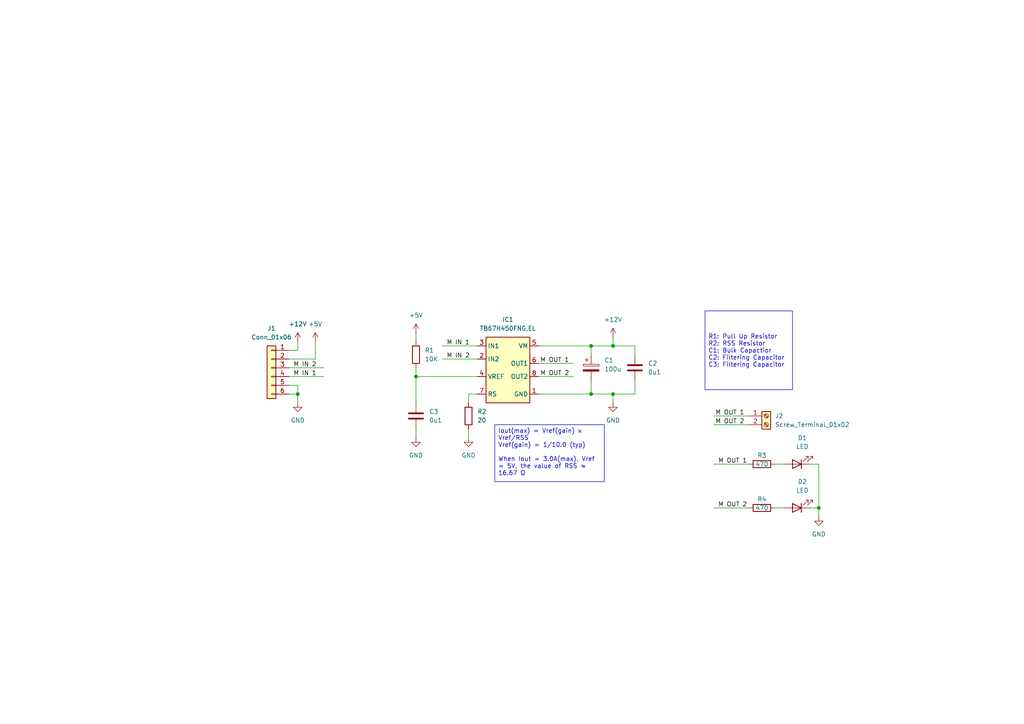
<source format=kicad_sch>
(kicad_sch (version 20231120) (generator "eeschema") (generator_version "8.0")
  (paper "A4")
  (title_block (title "Breakout TB67H450FNG") (date "2024-07-25") (rev "1") (company "Created by: Vincent Cayadi"))
  (lib_symbols
    (symbol "Connector:Screw_Terminal_01x02" (pin_names (offset 1.016) hide)
      (property "Reference" "J" (at 0 2.54 0))
      (property "Value" "Screw_Terminal_01x02" (at 0 -5.08 0))
      (symbol "Screw_Terminal_01x02_1_1"
        (rectangle (start -1.27 1.27) (end 1.27 -3.81) (stroke (width 0.254)) (fill (type background)))
        (circle (center 0 -2.54) (radius 0.635) (stroke (width 0.1524)))
        (polyline (pts (xy -0.5334 -2.2098) (xy 0.3302 -3.048)) (stroke (width 0.1524)))
        (polyline (pts (xy -0.5334 0.3302) (xy 0.3302 -0.508)) (stroke (width 0.1524)))
        (polyline (pts (xy -0.3556 -2.032) (xy 0.508 -2.8702)) (stroke (width 0.1524)))
        (polyline (pts (xy -0.3556 0.508) (xy 0.508 -0.3302)) (stroke (width 0.1524)))
        (circle (center 0 0) (radius 0.635) (stroke (width 0.1524)))
        (pin passive line (at -5.08 0 0) (length 3.81) (name "Pin_1") (number "1"))
        (pin passive line (at -5.08 -2.54 0) (length 3.81) (name "Pin_2") (number "2"))
      )
    )
    (symbol "Connector_Generic:Conn_01x06" (pin_names (offset 1.016) hide)
      (property "Reference" "J" (at 0 7.62 0))
      (property "Value" "Conn_01x06" (at 0 -10.16 0))
      (symbol "Conn_01x06_1_1"
        (rectangle (start -1.27 -7.493) (end 0 -7.747) (stroke (width 0.1524)))
        (rectangle (start -1.27 -4.953) (end 0 -5.207) (stroke (width 0.1524)))
        (rectangle (start -1.27 -2.413) (end 0 -2.667) (stroke (width 0.1524)))
        (rectangle (start -1.27 0.127) (end 0 -0.127) (stroke (width 0.1524)))
        (rectangle (start -1.27 2.667) (end 0 2.413) (stroke (width 0.1524)))
        (rectangle (start -1.27 5.207) (end 0 4.953) (stroke (width 0.1524)))
        (rectangle (start -1.27 6.35) (end 1.27 -8.89) (stroke (width 0.254)) (fill (type background)))
        (pin passive line (at -5.08 5.08 0) (length 3.81) (name "Pin_1") (number "1"))
        (pin passive line (at -5.08 2.54 0) (length 3.81) (name "Pin_2") (number "2"))
        (pin passive line (at -5.08 0 0) (length 3.81) (name "Pin_3") (number "3"))
        (pin passive line (at -5.08 -2.54 0) (length 3.81) (name "Pin_4") (number "4"))
        (pin passive line (at -5.08 -5.08 0) (length 3.81) (name "Pin_5") (number "5"))
        (pin passive line (at -5.08 -7.62 0) (length 3.81) (name "Pin_6") (number "6"))
      )
    )
    (symbol "Device:C" (pin_numbers hide) (pin_names (offset 0.254))
      (property "Reference" "C" (at 0.635 2.54 0))
      (property "Value" "C" (at 0.635 -2.54 0))
      (symbol "C_0_1"
        (polyline (pts (xy -2.032 -0.762) (xy 2.032 -0.762)) (stroke (width 0.508)))
        (polyline (pts (xy -2.032 0.762) (xy 2.032 0.762)) (stroke (width 0.508)))
      )
      (symbol "C_1_1"
        (pin passive line (at 0 3.81 270) (length 2.794) (name "~") (number "1"))
        (pin passive line (at 0 -3.81 90) (length 2.794) (name "~") (number "2"))
      )
    )
    (symbol "Device:C_Polarized" (pin_numbers hide) (pin_names (offset 0.254))
      (property "Reference" "C" (at 0.635 2.54 0))
      (property "Value" "C_Polarized" (at 0.635 -2.54 0))
      (symbol "C_Polarized_0_1"
        (rectangle (start -2.286 0.508) (end 2.286 1.016))
        (polyline (pts (xy -1.778 2.286) (xy -0.762 2.286)))
        (polyline (pts (xy -1.27 2.794) (xy -1.27 1.778)))
        (rectangle (start 2.286 -0.508) (end -2.286 -1.016) (fill (type outline)))
      )
      (symbol "C_Polarized_1_1"
        (pin passive line (at 0 3.81 270) (length 2.794) (name "~") (number "1"))
        (pin passive line (at 0 -3.81 90) (length 2.794) (name "~") (number "2"))
      )
    )
    (symbol "Device:LED" (pin_numbers hide) (pin_names (offset 1.016) hide)
      (property "Reference" "D" (at 0 2.54 0))
      (property "Value" "LED" (at 0 -2.54 0))
      (symbol "LED_0_1"
        (polyline (pts (xy -1.27 -1.27) (xy -1.27 1.27)) (stroke (width 0.254)))
        (polyline (pts (xy -1.27 0) (xy 1.27 0)))
        (polyline (pts (xy 1.27 -1.27) (xy 1.27 1.27) (xy -1.27 0) (xy 1.27 -1.27)) (stroke (width 0.254)))
        (polyline (pts (xy -3.048 -0.762) (xy -4.572 -2.286) (xy -3.81 -2.286) (xy -4.572 -2.286) (xy -4.572 -1.524)))
        (polyline (pts (xy -1.778 -0.762) (xy -3.302 -2.286) (xy -2.54 -2.286) (xy -3.302 -2.286) (xy -3.302 -1.524)))
      )
      (symbol "LED_1_1"
        (pin passive line (at -3.81 0 0) (length 2.54) (name "K") (number "1"))
        (pin passive line (at 3.81 0 180) (length 2.54) (name "A") (number "2"))
      )
    )
    (symbol "Device:R" (pin_numbers hide) (pin_names (offset 0))
      (property "Reference" "R" (at 2.032 0 90))
      (property "Value" "R" (at 0 0 90))
      (symbol "R_0_1"
        (rectangle (start -1.016 -2.54) (end 1.016 2.54) (stroke (width 0.254)))
      )
      (symbol "R_1_1"
        (pin passive line (at 0 3.81 270) (length 1.27) (name "~") (number "1"))
        (pin passive line (at 0 -3.81 90) (length 1.27) (name "~") (number "2"))
      )
    )
    (symbol "power:+12V" (power) (pin_numbers hide) (pin_names (offset 0) hide)
      (property "Value" "+12V" (at 0 3.556 0))
      (symbol "+12V_0_1"
        (polyline (pts (xy -0.762 1.27) (xy 0 2.54)))
        (polyline (pts (xy 0 0) (xy 0 2.54)))
        (polyline (pts (xy 0 2.54) (xy 0.762 1.27)))
      )
      (symbol "+12V_1_1"
        (pin power_in line (at 0 0 90) (length 0) (name "~") (number "1"))
      )
    )
    (symbol "power:+5V" (power) (pin_numbers hide) (pin_names (offset 0) hide)
      (property "Value" "+5V" (at 0 3.556 0))
      (symbol "+5V_0_1"
        (polyline (pts (xy -0.762 1.27) (xy 0 2.54)))
        (polyline (pts (xy 0 0) (xy 0 2.54)))
        (polyline (pts (xy 0 2.54) (xy 0.762 1.27)))
      )
      (symbol "+5V_1_1"
        (pin power_in line (at 0 0 90) (length 0) (name "~") (number "1"))
      )
    )
    (symbol "power:GND" (power) (pin_numbers hide) (pin_names (offset 0) hide)
      (property "Value" "GND" (at 0 -3.81 0))
      (symbol "GND_0_1"
        (polyline (pts (xy 0 0) (xy 0 -1.27) (xy 1.27 -1.27) (xy 0 -2.54) (xy -1.27 -1.27) (xy 0 -1.27)))
      )
      (symbol "GND_1_1"
        (pin power_in line (at 0 0 270) (length 0) (name "~") (number "1"))
      )
    )
    (symbol "vincent:TB67H450FNG,EL"
      (property "Reference" "IC" (at 2.54 7.366 0))
      (property "Value" "TB67H450FNG,EL" (at 2.54 4.826 0))
      (symbol "TB67H450FNG,EL_1_1"
        (rectangle (start 2.54 2.54) (end 15.24 -16.51) (stroke (width 0.254)) (fill (type background)))
        (pin passive line (at 17.78 -13.97 180) (length 2.54) (name "GND") (number "1"))
        (pin passive line (at 0 -3.81 0) (length 2.54) (name "IN2") (number "2"))
        (pin passive line (at 0 0 0) (length 2.54) (name "IN1") (number "3"))
        (pin passive line (at 0 -8.89 0) (length 2.54) (name "VREF") (number "4"))
        (pin passive line (at 17.78 0 180) (length 2.54) (name "VM") (number "5"))
        (pin passive line (at 17.78 -5.08 180) (length 2.54) (name "OUT1") (number "6"))
        (pin passive line (at 0 -13.97 0) (length 2.54) (name "RS") (number "7"))
        (pin passive line (at 17.78 -8.89 180) (length 2.54) (name "OUT2") (number "8"))
        (pin passive line (at 17.78 -13.97 180) (length 2.54) hide (name "EP") (number "9"))
      )
    )
  )
  (junction (at 120.65 109.22))
  (junction (at 177.8 100.33))
  (junction (at 171.45 100.33))
  (junction (at 86.36 114.3))
  (junction (at 237.49 147.32))
  (junction (at 171.45 114.3))
  (junction (at 177.8 114.3))
  (wire (pts (xy 234.95 147.32) (xy 237.49 147.32)))
  (wire (pts (xy 86.36 111.76) (xy 86.36 114.3)))
  (wire (pts (xy 93.98 109.22) (xy 83.82 109.22)))
  (wire (pts (xy 120.65 109.22) (xy 138.43 109.22)))
  (wire (pts (xy 207.01 134.62) (xy 217.17 134.62)))
  (wire (pts (xy 91.44 99.06) (xy 91.44 104.14)))
  (wire (pts (xy 86.36 114.3) (xy 86.36 116.84)))
  (wire (pts (xy 120.65 106.68) (xy 120.65 109.22)))
  (wire (pts (xy 171.45 102.87) (xy 171.45 100.33)))
  (wire (pts (xy 120.65 124.46) (xy 120.65 127)))
  (wire (pts (xy 120.65 109.22) (xy 120.65 116.84)))
  (wire (pts (xy 156.21 114.3) (xy 171.45 114.3)))
  (wire (pts (xy 207.01 123.19) (xy 217.17 123.19)))
  (wire (pts (xy 83.82 114.3) (xy 86.36 114.3)))
  (wire (pts (xy 177.8 97.79) (xy 177.8 100.33)))
  (wire (pts (xy 184.15 114.3) (xy 177.8 114.3)))
  (wire (pts (xy 207.01 120.65) (xy 217.17 120.65)))
  (wire (pts (xy 156.21 109.22) (xy 166.37 109.22)))
  (wire (pts (xy 184.15 100.33) (xy 177.8 100.33)))
  (wire (pts (xy 138.43 104.14) (xy 128.27 104.14)))
  (wire (pts (xy 171.45 100.33) (xy 156.21 100.33)))
  (wire (pts (xy 184.15 102.87) (xy 184.15 100.33)))
  (wire (pts (xy 93.98 106.68) (xy 83.82 106.68)))
  (wire (pts (xy 237.49 147.32) (xy 237.49 149.86)))
  (wire (pts (xy 120.65 96.52) (xy 120.65 99.06)))
  (wire (pts (xy 83.82 111.76) (xy 86.36 111.76)))
  (wire (pts (xy 237.49 134.62) (xy 237.49 147.32)))
  (wire (pts (xy 135.89 114.3) (xy 135.89 116.84)))
  (wire (pts (xy 234.95 134.62) (xy 237.49 134.62)))
  (wire (pts (xy 177.8 100.33) (xy 171.45 100.33)))
  (wire (pts (xy 86.36 99.06) (xy 86.36 101.6)))
  (wire (pts (xy 177.8 114.3) (xy 177.8 116.84)))
  (wire (pts (xy 138.43 100.33) (xy 128.27 100.33)))
  (wire (pts (xy 83.82 104.14) (xy 91.44 104.14)))
  (wire (pts (xy 135.89 124.46) (xy 135.89 127)))
  (wire (pts (xy 83.82 101.6) (xy 86.36 101.6)))
  (wire (pts (xy 224.79 134.62) (xy 227.33 134.62)))
  (wire (pts (xy 207.01 147.32) (xy 217.17 147.32)))
  (wire (pts (xy 138.43 114.3) (xy 135.89 114.3)))
  (wire (pts (xy 171.45 110.49) (xy 171.45 114.3)))
  (wire (pts (xy 224.79 147.32) (xy 227.33 147.32)))
  (wire (pts (xy 177.8 114.3) (xy 171.45 114.3)))
  (wire (pts (xy 184.15 110.49) (xy 184.15 114.3)))
  (wire (pts (xy 156.21 105.41) (xy 166.37 105.41)))
  (text_box "Iout(max) = Vref(gain) x Vref/RSS\nVref(gain) = 1/10.0 (typ)\n\nWhen Iout = 3.0A(max), Vref = 5V, the value of RSS ≈ 16.67 Ω " (at 143.51 123.19 0) (size 31.75 16.51) (effects (font (size 1.27 1.27)) (justify left top)))
  (text_box "R1: Pull Up Resistor\nR2: RSS Resistor\nC1: Bulk Capactior\nC2: Filtering Capacitor\nC3: Filtering Capacitor" (at 204.47 90.17 0) (size 25.4 22.86) (effects (font (size 1.27 1.27)) (justify left)))
  (label "M OUT 2" (at 208.28 147.32 0))
  (label "M IN 1" (at 85.09 109.22 0))
  (label "M IN 2" (at 129.54 104.14 0))
  (label "M OUT 1" (at 208.28 134.62 0))
  (label "M OUT 2" (at 165.1 109.22 180))
  (label "M OUT 1" (at 215.9 120.65 180))
  (label "M IN 1" (at 129.54 100.33 0))
  (label "M OUT 1" (at 165.1 105.41 180))
  (label "M IN 2" (at 85.09 106.68 0))
  (label "M OUT 2" (at 215.9 123.19 180))
  (symbol (lib_id "power:+12V") (at 86.36 99.06 0) (unit 1)
    (property "Reference" "#PWR03" (effects (hide yes)))
    (property "Value" "+12V" (at 86.36 93.98 0))
    (property "Description" "Power symbol creates a global label with name \"+12V\"" (effects (hide yes)))
  )
  (symbol (lib_id "power:GND") (at 135.89 127 0) (unit 1)
    (property "Reference" "#PWR08" (effects (hide yes)))
    (property "Value" "GND" (at 135.89 132.08 0))
    (property "Description" "Power symbol creates a global label with name \"GND\" , ground" (effects (hide yes)))
  )
  (symbol (lib_id "power:+5V") (at 91.44 99.06 0) (unit 1)
    (property "Reference" "#PWR04" (effects (hide yes)))
    (property "Value" "+5V" (at 91.44 93.98 0))
    (property "Description" "Power symbol creates a global label with name \"+5V\"" (effects (hide yes)))
  )
  (symbol (lib_id "power:GND") (at 177.8 116.84 0) (unit 1)
    (property "Reference" "#PWR06" (effects (hide yes)))
    (property "Value" "GND" (at 177.8 121.92 0))
    (property "Description" "Power symbol creates a global label with name \"GND\" , ground" (effects (hide yes)))
  )
  (symbol (lib_id "Device:C") (at 184.15 106.68 0) (unit 1)
    (property "Reference" "C2" (at 187.96 105.4099 0) (effects (justify left)))
    (property "Value" "0u1" (at 187.96 107.9499 0) (effects (justify left)))
    (property "Footprint" "breakout-TB67H450FNG:cap0603" (effects (hide yes)))
    (property "Description" "Unpolarized capacitor" (effects (hide yes)))
  )
  (symbol (lib_id "vincent:TB67H450FNG,EL") (at 138.43 100.33 0) (unit 1)
    (property "Reference" "IC1" (at 147.32 92.71 0))
    (property "Value" "TB67H450FNG,EL" (at 147.32 95.25 0))
    (property "Footprint" "breakout-TB67H450FNG:P-HSOP8-0405-1p27-001_TOS" (effects (hide yes)))
    (property "Datasheet" "http://toshiba.semicon-storage.com/info/docget.jsp?did=65346&prodName=TB67H450FNG" (effects (hide yes)))
    (property "Description" "Motor / Motion / Ignition Controllers & Drivers Brushed Motor Driver IC, 50V, 3.5A, TSSOP8 Package, PB-FREE" (effects (hide yes)))
    (property "Height" "1.75" (effects (hide yes)))
    (property "Mouser Part Number" "757-TB67H450FNGEL" (effects (hide yes)))
    (property "Mouser Price/Stock" "https://www.mouser.co.uk/ProductDetail/Toshiba/TB67H450FNGEL?qs=h6V4JsTaLXeReNg2bp0jug%3D%3D" (effects (hide yes)))
    (property "Manufacturer_Name" "Toshiba" (effects (hide yes)))
    (property "Manufacturer_Part_Number" "TB67H450FNG,EL" (effects (hide yes)))
  )
  (symbol (lib_id "power:+12V") (at 177.8 97.79 0) (unit 1)
    (property "Reference" "#PWR02" (effects (hide yes)))
    (property "Value" "+12V" (at 177.8 92.71 0))
    (property "Description" "Power symbol creates a global label with name \"+12V\"" (effects (hide yes)))
  )
  (symbol (lib_id "power:+5V") (at 120.65 96.52 0) (unit 1)
    (property "Reference" "#PWR01" (effects (hide yes)))
    (property "Value" "+5V" (at 120.65 91.44 0))
    (property "Description" "Power symbol creates a global label with name \"+5V\"" (effects (hide yes)))
  )
  (symbol (lib_id "power:GND") (at 120.65 127 0) (unit 1)
    (property "Reference" "#PWR07" (effects (hide yes)))
    (property "Value" "GND" (at 120.65 132.08 0))
    (property "Description" "Power symbol creates a global label with name \"GND\" , ground" (effects (hide yes)))
  )
  (symbol (lib_id "Device:LED") (at 231.14 134.62 180) (unit 1)
    (property "Reference" "D1" (at 232.7275 127 0))
    (property "Value" "LED" (at 232.7275 129.54 0))
    (property "Footprint" "breakout-TB67H450FNG:led0603" (effects (hide yes)))
    (property "Description" "Light emitting diode" (effects (hide yes)))
  )
  (symbol (lib_id "Connector_Generic:Conn_01x06") (at 78.74 106.68 0) (mirror y) (unit 1)
    (property "Reference" "J1" (at 78.74 95.25 0))
    (property "Value" "Conn_01x06" (at 78.74 97.79 0))
    (property "Footprint" "Connector_PinSocket_2.54mm:PinSocket_1x06_P2.54mm_Vertical" (effects (hide yes)))
    (property "Description" "Generic connector, single row, 01x06, script generated (kicad-library-utils/schlib/autogen/connector/)" (effects (hide yes)))
  )
  (symbol (lib_id "Connector:Screw_Terminal_01x02") (at 222.25 120.65 0) (unit 1)
    (property "Reference" "J2" (at 224.79 120.6499 0) (effects (justify left)))
    (property "Value" "Screw_Terminal_01x02" (at 224.79 123.1899 0) (effects (justify left)))
    (property "Footprint" "breakout-TB67H450FNG:xt30-f" (effects (hide yes)))
    (property "Description" "Generic screw terminal, single row, 01x02, script generated (kicad-library-utils/schlib/autogen/connector/)" (effects (hide yes)))
  )
  (symbol (lib_id "Device:R") (at 135.89 120.65 0) (unit 1)
    (property "Reference" "R2" (at 138.43 119.3799 0) (effects (justify left)))
    (property "Value" "20" (at 138.43 121.9199 0) (effects (justify left)))
    (property "Footprint" "breakout-TB67H450FNG:res0603" (effects (hide yes)))
    (property "Description" "Resistor" (effects (hide yes)))
  )
  (symbol (lib_id "Device:R") (at 220.98 147.32 90) (unit 1)
    (property "Reference" "R4" (at 220.98 144.78 90))
    (property "Value" "470" (at 220.98 147.32 90))
    (property "Footprint" "breakout-TB67H450FNG:res0603" (effects (hide yes)))
    (property "Description" "Resistor" (effects (hide yes)))
  )
  (symbol (lib_id "Device:R") (at 220.98 134.62 90) (unit 1)
    (property "Reference" "R3" (at 220.98 132.08 90))
    (property "Value" "470" (at 220.98 134.62 90))
    (property "Footprint" "breakout-TB67H450FNG:res0603" (effects (hide yes)))
    (property "Description" "Resistor" (effects (hide yes)))
  )
  (symbol (lib_id "Device:C_Polarized") (at 171.45 106.68 0) (unit 1)
    (property "Reference" "C1" (at 175.26 104.5209 0) (effects (justify left)))
    (property "Value" "100u" (at 175.26 107.0609 0) (effects (justify left)))
    (property "Footprint" "breakout-TB67H450FNG:CP_Radial_D8.0mm_P3.50mm" (effects (hide yes)))
    (property "Description" "Polarized capacitor" (effects (hide yes)))
  )
  (symbol (lib_id "Device:R") (at 120.65 102.87 0) (unit 1)
    (property "Reference" "R1" (at 123.19 101.5999 0) (effects (justify left)))
    (property "Value" "10K" (at 123.19 104.1399 0) (effects (justify left)))
    (property "Footprint" "breakout-TB67H450FNG:res0603" (effects (hide yes)))
    (property "Description" "Resistor" (effects (hide yes)))
  )
  (symbol (lib_id "Device:LED") (at 231.14 147.32 180) (unit 1)
    (property "Reference" "D2" (at 232.7275 139.7 0))
    (property "Value" "LED" (at 232.7275 142.24 0))
    (property "Footprint" "breakout-TB67H450FNG:led0603" (effects (hide yes)))
    (property "Description" "Light emitting diode" (effects (hide yes)))
  )
  (symbol (lib_id "power:GND") (at 237.49 149.86 0) (unit 1)
    (property "Reference" "#PWR09" (effects (hide yes)))
    (property "Value" "GND" (at 237.49 154.94 0))
    (property "Description" "Power symbol creates a global label with name \"GND\" , ground" (effects (hide yes)))
  )
  (symbol (lib_id "power:GND") (at 86.36 116.84 0) (unit 1)
    (property "Reference" "#PWR05" (effects (hide yes)))
    (property "Value" "GND" (at 86.36 121.92 0))
    (property "Description" "Power symbol creates a global label with name \"GND\" , ground" (effects (hide yes)))
  )
  (symbol (lib_id "Device:C") (at 120.65 120.65 0) (unit 1)
    (property "Reference" "C3" (at 124.46 119.3799 0) (effects (justify left)))
    (property "Value" "0u1" (at 124.46 121.9199 0) (effects (justify left)))
    (property "Footprint" "breakout-TB67H450FNG:cap0603" (effects (hide yes)))
    (property "Description" "Unpolarized capacitor" (effects (hide yes)))
  )
)
</source>
